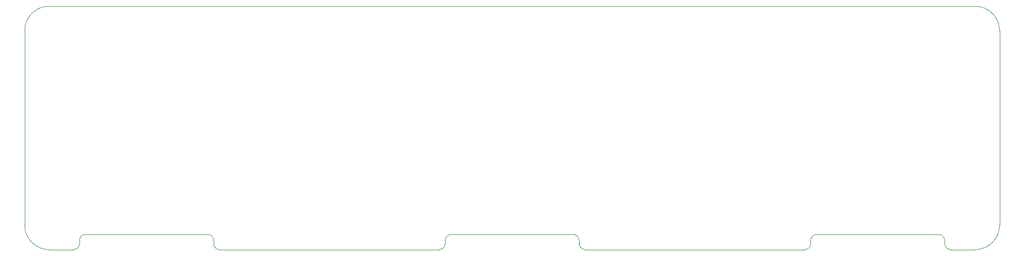
<source format=gm1>
G04 Layer_Color=16711935*
%FSLAX44Y44*%
%MOMM*%
G71*
G01*
G75*
%ADD29C,0.1000*%
%ADD30C,0.1000*%
D29*
X500000Y-75000D02*
G03*
X490000Y-85000I0J-10000D01*
G01*
X480000Y-100000D02*
G03*
X490000Y-90000I0J10000D01*
G01*
X710000Y-85000D02*
G03*
X700000Y-75000I-10000J0D01*
G01*
X710000Y-90000D02*
G03*
X720000Y-100000I10000J0D01*
G01*
X490000Y-85000D02*
G03*
X490000Y-85000I0J0D01*
G01*
X-700000Y-75000D02*
G03*
X-710000Y-85000I0J-10000D01*
G01*
X-720000Y-100000D02*
G03*
X-710000Y-90000I0J10000D01*
G01*
X-490000Y-85000D02*
G03*
X-500000Y-75000I-10000J0D01*
G01*
X-490000Y-90000D02*
G03*
X-480000Y-100000I10000J0D01*
G01*
X-710000Y-85000D02*
G03*
X-710000Y-85000I0J0D01*
G01*
X-110000Y-85000D02*
G03*
X-110000Y-85000I0J0D01*
G01*
X110000Y-90000D02*
G03*
X120000Y-100000I10000J0D01*
G01*
X110000Y-85000D02*
G03*
X100000Y-75000I-10000J0D01*
G01*
X-120000Y-100000D02*
G03*
X-110000Y-90000I0J10000D01*
G01*
X-100000Y-75000D02*
G03*
X-110000Y-85000I0J-10000D01*
G01*
X800000Y260000D02*
G03*
X760000Y300000I-40000J0D01*
G01*
Y-100000D02*
G03*
X800000Y-60000I0J40000D01*
G01*
X-800000D02*
G03*
X-760000Y-100000I40000J0D01*
G01*
Y300000D02*
G03*
X-800000Y260000I0J-40000D01*
G01*
X-760000Y-100000D02*
X-720000D01*
X-480000D02*
X-120000D01*
X120000D02*
X480000D01*
X720000D02*
X760000D01*
X500000Y-75000D02*
X700000D01*
X710000Y-90000D02*
Y-85000D01*
X490000Y-90000D02*
Y-85000D01*
X-700000Y-75000D02*
X-500000D01*
X-490000Y-90000D02*
Y-85000D01*
X-710000Y-90000D02*
Y-85000D01*
X-110000Y-90000D02*
Y-85000D01*
X110000Y-90000D02*
Y-85000D01*
X-100000Y-75000D02*
X100000D01*
X-800000Y-60000D02*
Y260000D01*
X-760000Y300000D02*
X760000D01*
X800000Y-60000D02*
Y260000D01*
D30*
X710000Y-85000D02*
D03*
X-490000D02*
D03*
X110000D02*
D03*
M02*

</source>
